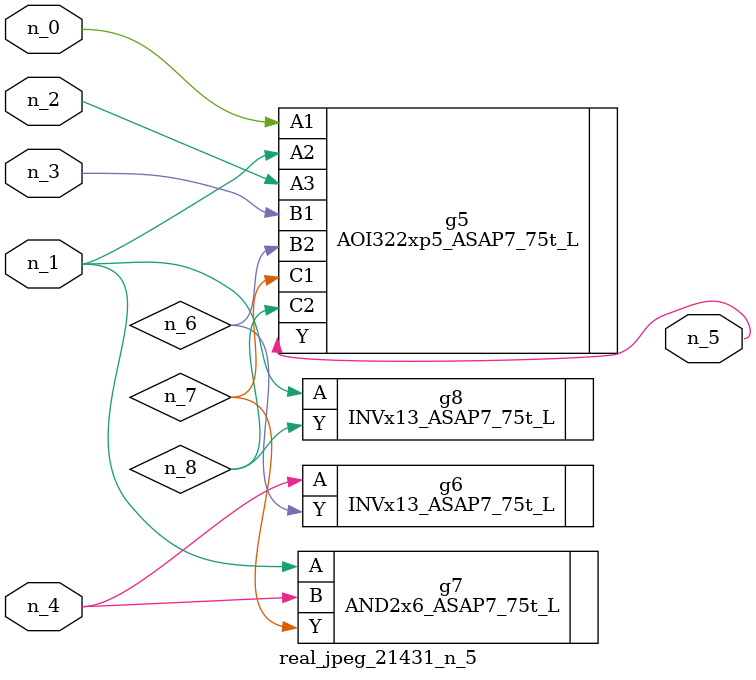
<source format=v>
module real_jpeg_21431_n_5 (n_4, n_0, n_1, n_2, n_3, n_5);

input n_4;
input n_0;
input n_1;
input n_2;
input n_3;

output n_5;

wire n_8;
wire n_6;
wire n_7;

AOI322xp5_ASAP7_75t_L g5 ( 
.A1(n_0),
.A2(n_1),
.A3(n_2),
.B1(n_3),
.B2(n_6),
.C1(n_7),
.C2(n_8),
.Y(n_5)
);

AND2x6_ASAP7_75t_L g7 ( 
.A(n_1),
.B(n_4),
.Y(n_7)
);

INVx13_ASAP7_75t_L g8 ( 
.A(n_1),
.Y(n_8)
);

INVx13_ASAP7_75t_L g6 ( 
.A(n_4),
.Y(n_6)
);


endmodule
</source>
